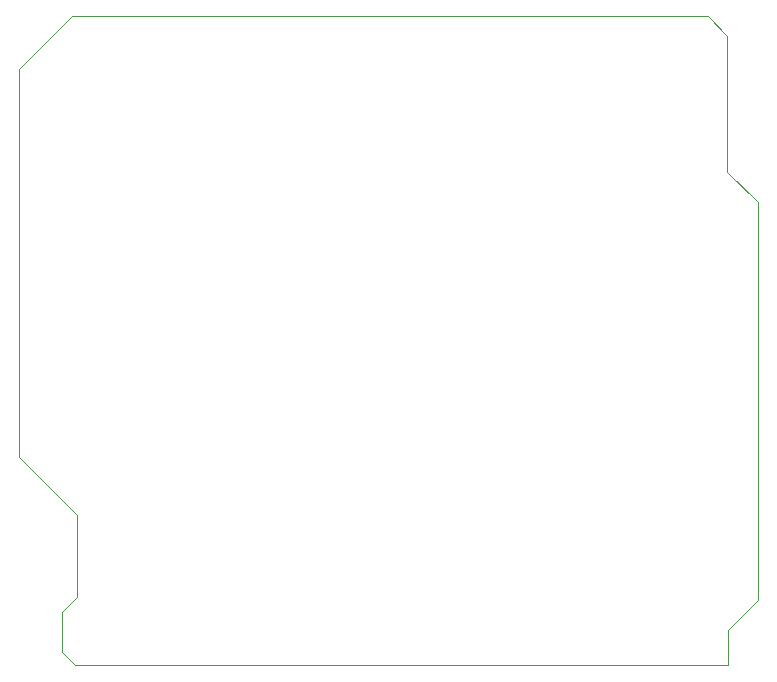
<source format=gm1>
G04 #@! TF.FileFunction,Profile,NP*
%FSLAX46Y46*%
G04 Gerber Fmt 4.6, Leading zero omitted, Abs format (unit mm)*
G04 Created by KiCad (PCBNEW 4.0.1-2.201512121406+6195~38~ubuntu15.10.1-stable) date lun 14 dic 2015 21:42:08 CLT*
%MOMM*%
G01*
G04 APERTURE LIST*
%ADD10C,0.150000*%
%ADD11C,0.100000*%
G04 APERTURE END LIST*
D10*
D11*
X220776800Y-144233900D02*
X222046800Y-142963900D01*
X221856300Y-148742400D02*
X220776800Y-147662900D01*
X222046800Y-136042400D02*
X222046800Y-142963900D01*
X217157300Y-131152900D02*
X217157300Y-98259900D01*
X220776800Y-144233900D02*
X220776800Y-147662900D01*
X217157300Y-131152900D02*
X222046800Y-136042400D01*
X277164800Y-145757900D02*
X277164800Y-148742400D01*
X279704800Y-143217900D02*
X277164800Y-145757900D01*
X279704800Y-109562900D02*
X279704800Y-143217900D01*
X277101300Y-106959400D02*
X279704800Y-109562900D01*
X277101300Y-95465900D02*
X277101300Y-106959400D01*
X275450300Y-93814900D02*
X277101300Y-95465900D01*
X221602300Y-93814900D02*
X275450300Y-93814900D01*
X217157300Y-98259900D02*
X221602300Y-93814900D01*
X221856300Y-148742400D02*
X277164800Y-148742400D01*
M02*

</source>
